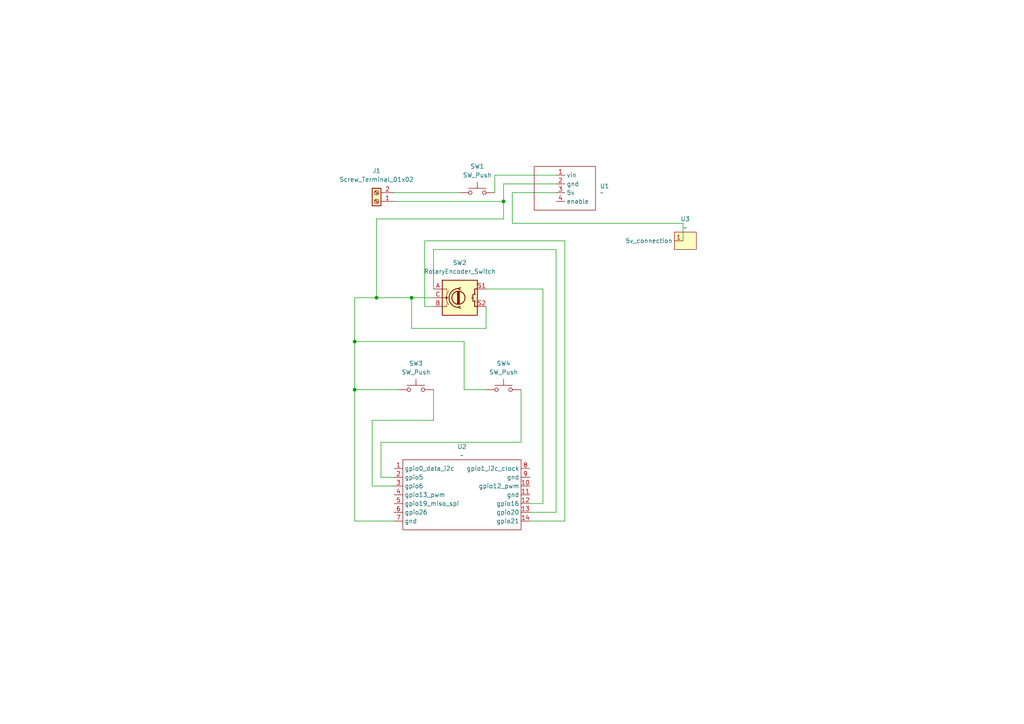
<source format=kicad_sch>
(kicad_sch
	(version 20231120)
	(generator "eeschema")
	(generator_version "8.0")
	(uuid "671b04ad-df23-40a8-8270-5fc50332ba5a")
	(paper "A4")
	(lib_symbols
		(symbol "74xGxx:single_5v_connection_pad"
			(exclude_from_sim no)
			(in_bom yes)
			(on_board yes)
			(property "Reference" "U3"
				(at -1.905 6.35 0)
				(effects
					(font
						(size 1.27 1.27)
					)
				)
			)
			(property "Value" "~"
				(at -1.905 3.81 0)
				(effects
					(font
						(size 1.27 1.27)
					)
				)
			)
			(property "Footprint" "aa_custom:5v connection"
				(at 0 -6.096 0)
				(effects
					(font
						(size 1.27 1.27)
					)
					(hide yes)
				)
			)
			(property "Datasheet" ""
				(at 0 0 0)
				(effects
					(font
						(size 1.27 1.27)
					)
					(hide yes)
				)
			)
			(property "Description" ""
				(at 0 0 0)
				(effects
					(font
						(size 1.27 1.27)
					)
					(hide yes)
				)
			)
			(symbol "single_5v_connection_pad_1_1"
				(rectangle
					(start -5.08 2.54)
					(end 1.27 -2.54)
					(stroke
						(width 0)
						(type default)
					)
					(fill
						(type background)
					)
				)
				(pin input line
					(at -2.54 0 180)
					(length 2.54)
					(name "5v_connection"
						(effects
							(font
								(size 1.27 1.27)
							)
						)
					)
					(number "1"
						(effects
							(font
								(size 1.27 1.27)
							)
						)
					)
				)
			)
		)
		(symbol "Connector:Screw_Terminal_01x02"
			(pin_names
				(offset 1.016) hide)
			(exclude_from_sim no)
			(in_bom yes)
			(on_board yes)
			(property "Reference" "J"
				(at 0 2.54 0)
				(effects
					(font
						(size 1.27 1.27)
					)
				)
			)
			(property "Value" "Screw_Terminal_01x02"
				(at 0 -5.08 0)
				(effects
					(font
						(size 1.27 1.27)
					)
				)
			)
			(property "Footprint" ""
				(at 0 0 0)
				(effects
					(font
						(size 1.27 1.27)
					)
					(hide yes)
				)
			)
			(property "Datasheet" "~"
				(at 0 0 0)
				(effects
					(font
						(size 1.27 1.27)
					)
					(hide yes)
				)
			)
			(property "Description" "Generic screw terminal, single row, 01x02, script generated (kicad-library-utils/schlib/autogen/connector/)"
				(at 0 0 0)
				(effects
					(font
						(size 1.27 1.27)
					)
					(hide yes)
				)
			)
			(property "ki_keywords" "screw terminal"
				(at 0 0 0)
				(effects
					(font
						(size 1.27 1.27)
					)
					(hide yes)
				)
			)
			(property "ki_fp_filters" "TerminalBlock*:*"
				(at 0 0 0)
				(effects
					(font
						(size 1.27 1.27)
					)
					(hide yes)
				)
			)
			(symbol "Screw_Terminal_01x02_1_1"
				(rectangle
					(start -1.27 1.27)
					(end 1.27 -3.81)
					(stroke
						(width 0.254)
						(type default)
					)
					(fill
						(type background)
					)
				)
				(circle
					(center 0 -2.54)
					(radius 0.635)
					(stroke
						(width 0.1524)
						(type default)
					)
					(fill
						(type none)
					)
				)
				(polyline
					(pts
						(xy -0.5334 -2.2098) (xy 0.3302 -3.048)
					)
					(stroke
						(width 0.1524)
						(type default)
					)
					(fill
						(type none)
					)
				)
				(polyline
					(pts
						(xy -0.5334 0.3302) (xy 0.3302 -0.508)
					)
					(stroke
						(width 0.1524)
						(type default)
					)
					(fill
						(type none)
					)
				)
				(polyline
					(pts
						(xy -0.3556 -2.032) (xy 0.508 -2.8702)
					)
					(stroke
						(width 0.1524)
						(type default)
					)
					(fill
						(type none)
					)
				)
				(polyline
					(pts
						(xy -0.3556 0.508) (xy 0.508 -0.3302)
					)
					(stroke
						(width 0.1524)
						(type default)
					)
					(fill
						(type none)
					)
				)
				(circle
					(center 0 0)
					(radius 0.635)
					(stroke
						(width 0.1524)
						(type default)
					)
					(fill
						(type none)
					)
				)
				(pin passive line
					(at -5.08 0 0)
					(length 3.81)
					(name "Pin_1"
						(effects
							(font
								(size 1.27 1.27)
							)
						)
					)
					(number "1"
						(effects
							(font
								(size 1.27 1.27)
							)
						)
					)
				)
				(pin passive line
					(at -5.08 -2.54 0)
					(length 3.81)
					(name "Pin_2"
						(effects
							(font
								(size 1.27 1.27)
							)
						)
					)
					(number "2"
						(effects
							(font
								(size 1.27 1.27)
							)
						)
					)
				)
			)
		)
		(symbol "Device:RotaryEncoder_Switch"
			(pin_names
				(offset 0.254) hide)
			(exclude_from_sim no)
			(in_bom yes)
			(on_board yes)
			(property "Reference" "SW"
				(at 0 6.604 0)
				(effects
					(font
						(size 1.27 1.27)
					)
				)
			)
			(property "Value" "RotaryEncoder_Switch"
				(at 0 -6.604 0)
				(effects
					(font
						(size 1.27 1.27)
					)
				)
			)
			(property "Footprint" ""
				(at -3.81 4.064 0)
				(effects
					(font
						(size 1.27 1.27)
					)
					(hide yes)
				)
			)
			(property "Datasheet" "~"
				(at 0 6.604 0)
				(effects
					(font
						(size 1.27 1.27)
					)
					(hide yes)
				)
			)
			(property "Description" "Rotary encoder, dual channel, incremental quadrate outputs, with switch"
				(at 0 0 0)
				(effects
					(font
						(size 1.27 1.27)
					)
					(hide yes)
				)
			)
			(property "ki_keywords" "rotary switch encoder switch push button"
				(at 0 0 0)
				(effects
					(font
						(size 1.27 1.27)
					)
					(hide yes)
				)
			)
			(property "ki_fp_filters" "RotaryEncoder*Switch*"
				(at 0 0 0)
				(effects
					(font
						(size 1.27 1.27)
					)
					(hide yes)
				)
			)
			(symbol "RotaryEncoder_Switch_0_1"
				(rectangle
					(start -5.08 5.08)
					(end 5.08 -5.08)
					(stroke
						(width 0.254)
						(type default)
					)
					(fill
						(type background)
					)
				)
				(circle
					(center -3.81 0)
					(radius 0.254)
					(stroke
						(width 0)
						(type default)
					)
					(fill
						(type outline)
					)
				)
				(circle
					(center -0.381 0)
					(radius 1.905)
					(stroke
						(width 0.254)
						(type default)
					)
					(fill
						(type none)
					)
				)
				(arc
					(start -0.381 2.667)
					(mid -3.0988 -0.0635)
					(end -0.381 -2.794)
					(stroke
						(width 0.254)
						(type default)
					)
					(fill
						(type none)
					)
				)
				(polyline
					(pts
						(xy -0.635 -1.778) (xy -0.635 1.778)
					)
					(stroke
						(width 0.254)
						(type default)
					)
					(fill
						(type none)
					)
				)
				(polyline
					(pts
						(xy -0.381 -1.778) (xy -0.381 1.778)
					)
					(stroke
						(width 0.254)
						(type default)
					)
					(fill
						(type none)
					)
				)
				(polyline
					(pts
						(xy -0.127 1.778) (xy -0.127 -1.778)
					)
					(stroke
						(width 0.254)
						(type default)
					)
					(fill
						(type none)
					)
				)
				(polyline
					(pts
						(xy 3.81 0) (xy 3.429 0)
					)
					(stroke
						(width 0.254)
						(type default)
					)
					(fill
						(type none)
					)
				)
				(polyline
					(pts
						(xy 3.81 1.016) (xy 3.81 -1.016)
					)
					(stroke
						(width 0.254)
						(type default)
					)
					(fill
						(type none)
					)
				)
				(polyline
					(pts
						(xy -5.08 -2.54) (xy -3.81 -2.54) (xy -3.81 -2.032)
					)
					(stroke
						(width 0)
						(type default)
					)
					(fill
						(type none)
					)
				)
				(polyline
					(pts
						(xy -5.08 2.54) (xy -3.81 2.54) (xy -3.81 2.032)
					)
					(stroke
						(width 0)
						(type default)
					)
					(fill
						(type none)
					)
				)
				(polyline
					(pts
						(xy 0.254 -3.048) (xy -0.508 -2.794) (xy 0.127 -2.413)
					)
					(stroke
						(width 0.254)
						(type default)
					)
					(fill
						(type none)
					)
				)
				(polyline
					(pts
						(xy 0.254 2.921) (xy -0.508 2.667) (xy 0.127 2.286)
					)
					(stroke
						(width 0.254)
						(type default)
					)
					(fill
						(type none)
					)
				)
				(polyline
					(pts
						(xy 5.08 -2.54) (xy 4.318 -2.54) (xy 4.318 -1.016)
					)
					(stroke
						(width 0.254)
						(type default)
					)
					(fill
						(type none)
					)
				)
				(polyline
					(pts
						(xy 5.08 2.54) (xy 4.318 2.54) (xy 4.318 1.016)
					)
					(stroke
						(width 0.254)
						(type default)
					)
					(fill
						(type none)
					)
				)
				(polyline
					(pts
						(xy -5.08 0) (xy -3.81 0) (xy -3.81 -1.016) (xy -3.302 -2.032)
					)
					(stroke
						(width 0)
						(type default)
					)
					(fill
						(type none)
					)
				)
				(polyline
					(pts
						(xy -4.318 0) (xy -3.81 0) (xy -3.81 1.016) (xy -3.302 2.032)
					)
					(stroke
						(width 0)
						(type default)
					)
					(fill
						(type none)
					)
				)
				(circle
					(center 4.318 -1.016)
					(radius 0.127)
					(stroke
						(width 0.254)
						(type default)
					)
					(fill
						(type none)
					)
				)
				(circle
					(center 4.318 1.016)
					(radius 0.127)
					(stroke
						(width 0.254)
						(type default)
					)
					(fill
						(type none)
					)
				)
			)
			(symbol "RotaryEncoder_Switch_1_1"
				(pin passive line
					(at -7.62 2.54 0)
					(length 2.54)
					(name "A"
						(effects
							(font
								(size 1.27 1.27)
							)
						)
					)
					(number "A"
						(effects
							(font
								(size 1.27 1.27)
							)
						)
					)
				)
				(pin passive line
					(at -7.62 -2.54 0)
					(length 2.54)
					(name "B"
						(effects
							(font
								(size 1.27 1.27)
							)
						)
					)
					(number "B"
						(effects
							(font
								(size 1.27 1.27)
							)
						)
					)
				)
				(pin passive line
					(at -7.62 0 0)
					(length 2.54)
					(name "C"
						(effects
							(font
								(size 1.27 1.27)
							)
						)
					)
					(number "C"
						(effects
							(font
								(size 1.27 1.27)
							)
						)
					)
				)
				(pin passive line
					(at 7.62 2.54 180)
					(length 2.54)
					(name "S1"
						(effects
							(font
								(size 1.27 1.27)
							)
						)
					)
					(number "S1"
						(effects
							(font
								(size 1.27 1.27)
							)
						)
					)
				)
				(pin passive line
					(at 7.62 -2.54 180)
					(length 2.54)
					(name "S2"
						(effects
							(font
								(size 1.27 1.27)
							)
						)
					)
					(number "S2"
						(effects
							(font
								(size 1.27 1.27)
							)
						)
					)
				)
			)
		)
		(symbol "Device:pi_half"
			(exclude_from_sim no)
			(in_bom yes)
			(on_board yes)
			(property "Reference" "U"
				(at 2.794 9.906 0)
				(effects
					(font
						(size 1.27 1.27)
					)
				)
			)
			(property "Value" ""
				(at 0 0 0)
				(effects
					(font
						(size 1.27 1.27)
					)
				)
			)
			(property "Footprint" ""
				(at 0 0 0)
				(effects
					(font
						(size 1.27 1.27)
					)
					(hide yes)
				)
			)
			(property "Datasheet" ""
				(at 0 0 0)
				(effects
					(font
						(size 1.27 1.27)
					)
					(hide yes)
				)
			)
			(property "Description" ""
				(at 0 0 0)
				(effects
					(font
						(size 1.27 1.27)
					)
					(hide yes)
				)
			)
			(symbol "pi_half_0_1"
				(rectangle
					(start -3.81 7.62)
					(end 30.48 -12.7)
					(stroke
						(width 0)
						(type default)
					)
					(fill
						(type none)
					)
				)
			)
			(symbol "pi_half_1_1"
				(pin input line
					(at -6.35 5.08 0)
					(length 2.54)
					(name "gpio0_data_i2c"
						(effects
							(font
								(size 1.27 1.27)
							)
						)
					)
					(number "1"
						(effects
							(font
								(size 1.27 1.27)
							)
						)
					)
				)
				(pin input line
					(at 33.02 0 180)
					(length 2.54)
					(name "gpio12_pwm"
						(effects
							(font
								(size 1.27 1.27)
							)
						)
					)
					(number "10"
						(effects
							(font
								(size 1.27 1.27)
							)
						)
					)
				)
				(pin input line
					(at 33.02 -2.54 180)
					(length 2.54)
					(name "gnd"
						(effects
							(font
								(size 1.27 1.27)
							)
						)
					)
					(number "11"
						(effects
							(font
								(size 1.27 1.27)
							)
						)
					)
				)
				(pin input line
					(at 33.02 -5.08 180)
					(length 2.54)
					(name "gpio16"
						(effects
							(font
								(size 1.27 1.27)
							)
						)
					)
					(number "12"
						(effects
							(font
								(size 1.27 1.27)
							)
						)
					)
				)
				(pin input line
					(at 33.02 -7.62 180)
					(length 2.54)
					(name "gpio20"
						(effects
							(font
								(size 1.27 1.27)
							)
						)
					)
					(number "13"
						(effects
							(font
								(size 1.27 1.27)
							)
						)
					)
				)
				(pin input line
					(at 33.02 -10.16 180)
					(length 2.54)
					(name "gpio21"
						(effects
							(font
								(size 1.27 1.27)
							)
						)
					)
					(number "14"
						(effects
							(font
								(size 1.27 1.27)
							)
						)
					)
				)
				(pin input line
					(at -6.35 2.54 0)
					(length 2.54)
					(name "gpio5"
						(effects
							(font
								(size 1.27 1.27)
							)
						)
					)
					(number "2"
						(effects
							(font
								(size 1.27 1.27)
							)
						)
					)
				)
				(pin input line
					(at -6.35 0 0)
					(length 2.54)
					(name "gpio6"
						(effects
							(font
								(size 1.27 1.27)
							)
						)
					)
					(number "3"
						(effects
							(font
								(size 1.27 1.27)
							)
						)
					)
				)
				(pin input line
					(at -6.35 -2.54 0)
					(length 2.54)
					(name "gpio13_pwm"
						(effects
							(font
								(size 1.27 1.27)
							)
						)
					)
					(number "4"
						(effects
							(font
								(size 1.27 1.27)
							)
						)
					)
				)
				(pin input line
					(at -6.35 -5.08 0)
					(length 2.54)
					(name "gpio19_miso_spi"
						(effects
							(font
								(size 1.27 1.27)
							)
						)
					)
					(number "5"
						(effects
							(font
								(size 1.27 1.27)
							)
						)
					)
				)
				(pin input line
					(at -6.35 -7.62 0)
					(length 2.54)
					(name "gpio26"
						(effects
							(font
								(size 1.27 1.27)
							)
						)
					)
					(number "6"
						(effects
							(font
								(size 1.27 1.27)
							)
						)
					)
				)
				(pin input line
					(at -6.35 -10.16 0)
					(length 2.54)
					(name "gnd"
						(effects
							(font
								(size 1.27 1.27)
							)
						)
					)
					(number "7"
						(effects
							(font
								(size 1.27 1.27)
							)
						)
					)
				)
				(pin input line
					(at 33.02 5.08 180)
					(length 2.54)
					(name "gpio1_i2c_clock"
						(effects
							(font
								(size 1.27 1.27)
							)
						)
					)
					(number "8"
						(effects
							(font
								(size 1.27 1.27)
							)
						)
					)
				)
				(pin input line
					(at 33.02 2.54 180)
					(length 2.54)
					(name "gnd"
						(effects
							(font
								(size 1.27 1.27)
							)
						)
					)
					(number "9"
						(effects
							(font
								(size 1.27 1.27)
							)
						)
					)
				)
			)
		)
		(symbol "Device:step_up"
			(exclude_from_sim no)
			(in_bom yes)
			(on_board yes)
			(property "Reference" "U"
				(at 0.508 -3.81 0)
				(effects
					(font
						(size 1.27 1.27)
					)
				)
			)
			(property "Value" ""
				(at 0 0 0)
				(effects
					(font
						(size 1.27 1.27)
					)
				)
			)
			(property "Footprint" ""
				(at 0 0 0)
				(effects
					(font
						(size 1.27 1.27)
					)
					(hide yes)
				)
			)
			(property "Datasheet" ""
				(at 0 0 0)
				(effects
					(font
						(size 1.27 1.27)
					)
					(hide yes)
				)
			)
			(property "Description" ""
				(at 0 0 0)
				(effects
					(font
						(size 1.27 1.27)
					)
					(hide yes)
				)
			)
			(symbol "step_up_1_1"
				(rectangle
					(start -6.35 8.89)
					(end 11.43 -3.81)
					(stroke
						(width 0)
						(type default)
					)
					(fill
						(type none)
					)
				)
				(pin input line
					(at 0 6.35 0)
					(length 2.54)
					(name "vin"
						(effects
							(font
								(size 1.27 1.27)
							)
						)
					)
					(number "1"
						(effects
							(font
								(size 1.27 1.27)
							)
						)
					)
				)
				(pin input line
					(at 0 3.81 0)
					(length 2.54)
					(name "gnd"
						(effects
							(font
								(size 1.27 1.27)
							)
						)
					)
					(number "2"
						(effects
							(font
								(size 1.27 1.27)
							)
						)
					)
				)
				(pin input line
					(at 0 1.27 0)
					(length 2.54)
					(name "5v"
						(effects
							(font
								(size 1.27 1.27)
							)
						)
					)
					(number "3"
						(effects
							(font
								(size 1.27 1.27)
							)
						)
					)
				)
				(pin input line
					(at 0 -1.27 0)
					(length 2.54)
					(name "enable"
						(effects
							(font
								(size 1.27 1.27)
							)
						)
					)
					(number "4"
						(effects
							(font
								(size 1.27 1.27)
							)
						)
					)
				)
			)
		)
		(symbol "Switch:SW_Push"
			(pin_numbers hide)
			(pin_names
				(offset 1.016) hide)
			(exclude_from_sim no)
			(in_bom yes)
			(on_board yes)
			(property "Reference" "SW"
				(at 1.27 2.54 0)
				(effects
					(font
						(size 1.27 1.27)
					)
					(justify left)
				)
			)
			(property "Value" "SW_Push"
				(at 0 -1.524 0)
				(effects
					(font
						(size 1.27 1.27)
					)
				)
			)
			(property "Footprint" ""
				(at 0 5.08 0)
				(effects
					(font
						(size 1.27 1.27)
					)
					(hide yes)
				)
			)
			(property "Datasheet" "~"
				(at 0 5.08 0)
				(effects
					(font
						(size 1.27 1.27)
					)
					(hide yes)
				)
			)
			(property "Description" "Push button switch, generic, two pins"
				(at -1.016 -4.318 0)
				(effects
					(font
						(size 1.27 1.27)
					)
					(hide yes)
				)
			)
			(property "ki_keywords" "switch normally-open pushbutton push-button"
				(at 0 0 0)
				(effects
					(font
						(size 1.27 1.27)
					)
					(hide yes)
				)
			)
			(symbol "SW_Push_0_1"
				(circle
					(center -2.032 0)
					(radius 0.508)
					(stroke
						(width 0)
						(type default)
					)
					(fill
						(type none)
					)
				)
				(polyline
					(pts
						(xy 0 1.27) (xy 0 3.048)
					)
					(stroke
						(width 0)
						(type default)
					)
					(fill
						(type none)
					)
				)
				(polyline
					(pts
						(xy 2.54 1.27) (xy -2.54 1.27)
					)
					(stroke
						(width 0)
						(type default)
					)
					(fill
						(type none)
					)
				)
				(circle
					(center 2.032 0)
					(radius 0.508)
					(stroke
						(width 0)
						(type default)
					)
					(fill
						(type none)
					)
				)
				(pin passive line
					(at -5.08 0 0)
					(length 2.54)
					(name "1"
						(effects
							(font
								(size 1.27 1.27)
							)
						)
					)
					(number "1"
						(effects
							(font
								(size 1.27 1.27)
							)
						)
					)
				)
				(pin passive line
					(at 5.08 0 180)
					(length 2.54)
					(name "2"
						(effects
							(font
								(size 1.27 1.27)
							)
						)
					)
					(number "2"
						(effects
							(font
								(size 1.27 1.27)
							)
						)
					)
				)
			)
		)
	)
	(junction
		(at 102.87 99.06)
		(diameter 0)
		(color 0 0 0 0)
		(uuid "1528065a-761c-43bb-9c72-9ed4b736b982")
	)
	(junction
		(at 102.87 113.03)
		(diameter 0)
		(color 0 0 0 0)
		(uuid "468e2a61-b11f-4986-96bb-0d677540d700")
	)
	(junction
		(at 146.05 58.42)
		(diameter 0)
		(color 0 0 0 0)
		(uuid "64668ce8-5e3b-4605-82f2-c7d5c1ca7375")
	)
	(junction
		(at 119.38 86.36)
		(diameter 0)
		(color 0 0 0 0)
		(uuid "88e8f7cc-b2e2-4965-81fb-847925852004")
	)
	(junction
		(at 109.22 86.36)
		(diameter 0)
		(color 0 0 0 0)
		(uuid "a81cd380-12a0-47fa-a04a-f14c7b60d1ee")
	)
	(wire
		(pts
			(xy 143.51 55.88) (xy 143.51 50.8)
		)
		(stroke
			(width 0)
			(type default)
		)
		(uuid "045be165-afbb-4be8-b056-117c7a8f17c3")
	)
	(wire
		(pts
			(xy 146.05 53.34) (xy 161.29 53.34)
		)
		(stroke
			(width 0)
			(type default)
		)
		(uuid "08627fe6-e1be-4b32-b97e-42c2a1f6d202")
	)
	(wire
		(pts
			(xy 102.87 99.06) (xy 102.87 113.03)
		)
		(stroke
			(width 0)
			(type default)
		)
		(uuid "090fc9f4-ceba-4405-bd04-132266f87d60")
	)
	(wire
		(pts
			(xy 151.13 113.03) (xy 151.13 128.27)
		)
		(stroke
			(width 0)
			(type default)
		)
		(uuid "0aff02be-a3c0-4f34-af33-ffb62e02ec32")
	)
	(wire
		(pts
			(xy 125.73 83.82) (xy 125.73 72.39)
		)
		(stroke
			(width 0)
			(type default)
		)
		(uuid "0f0005a3-eae7-4f4c-9473-bbc57299b3a8")
	)
	(wire
		(pts
			(xy 119.38 86.36) (xy 109.22 86.36)
		)
		(stroke
			(width 0)
			(type default)
		)
		(uuid "19e967a5-981a-407d-961e-984a0e01eda6")
	)
	(wire
		(pts
			(xy 123.19 88.9) (xy 123.19 69.85)
		)
		(stroke
			(width 0)
			(type default)
		)
		(uuid "200e07b3-abfb-4dab-8dcf-7c4c224c7d33")
	)
	(wire
		(pts
			(xy 143.51 50.8) (xy 161.29 50.8)
		)
		(stroke
			(width 0)
			(type default)
		)
		(uuid "21e90eb2-7732-456e-9314-ed28802e48c6")
	)
	(wire
		(pts
			(xy 119.38 95.25) (xy 140.97 95.25)
		)
		(stroke
			(width 0)
			(type default)
		)
		(uuid "231a9d2e-253e-4156-ae83-141f3fa744db")
	)
	(wire
		(pts
			(xy 123.19 69.85) (xy 163.83 69.85)
		)
		(stroke
			(width 0)
			(type default)
		)
		(uuid "2778981c-1332-4750-9308-ff25743bc461")
	)
	(wire
		(pts
			(xy 157.48 83.82) (xy 157.48 146.05)
		)
		(stroke
			(width 0)
			(type default)
		)
		(uuid "2f1aedf2-1ea9-445c-9f35-85d6db526e37")
	)
	(wire
		(pts
			(xy 148.59 55.88) (xy 148.59 64.77)
		)
		(stroke
			(width 0)
			(type default)
		)
		(uuid "355754ce-f74c-46ce-8099-ff7c57a6d5fc")
	)
	(wire
		(pts
			(xy 102.87 113.03) (xy 115.57 113.03)
		)
		(stroke
			(width 0)
			(type default)
		)
		(uuid "391498a1-0cbf-4331-b0a7-ff0c3a8e395c")
	)
	(wire
		(pts
			(xy 102.87 99.06) (xy 134.62 99.06)
		)
		(stroke
			(width 0)
			(type default)
		)
		(uuid "3d9c733b-4160-4d40-910b-96e766f9c3ed")
	)
	(wire
		(pts
			(xy 146.05 58.42) (xy 146.05 63.5)
		)
		(stroke
			(width 0)
			(type default)
		)
		(uuid "4aafbe2d-4f3c-485f-8c58-9b236793b2b5")
	)
	(wire
		(pts
			(xy 153.67 146.05) (xy 157.48 146.05)
		)
		(stroke
			(width 0)
			(type default)
		)
		(uuid "5620e7d4-b803-44ee-93d7-377f32ac2ef1")
	)
	(wire
		(pts
			(xy 148.59 64.77) (xy 198.12 64.77)
		)
		(stroke
			(width 0)
			(type default)
		)
		(uuid "6037c518-f6ba-4893-ad5d-50a4bb0e7d4c")
	)
	(wire
		(pts
			(xy 102.87 86.36) (xy 102.87 99.06)
		)
		(stroke
			(width 0)
			(type default)
		)
		(uuid "6390ad91-a4e6-421a-ae6d-6fd1d2175f82")
	)
	(wire
		(pts
			(xy 163.83 69.85) (xy 163.83 151.13)
		)
		(stroke
			(width 0)
			(type default)
		)
		(uuid "66ec7750-df9c-49eb-a963-7503d2a3e8b4")
	)
	(wire
		(pts
			(xy 109.22 86.36) (xy 102.87 86.36)
		)
		(stroke
			(width 0)
			(type default)
		)
		(uuid "6c3fd2e8-03e1-49c3-bfe5-0982b0aa8f58")
	)
	(wire
		(pts
			(xy 146.05 63.5) (xy 109.22 63.5)
		)
		(stroke
			(width 0)
			(type default)
		)
		(uuid "7011c48b-5ac4-40f3-bc8c-7a37b205663e")
	)
	(wire
		(pts
			(xy 125.73 121.92) (xy 107.95 121.92)
		)
		(stroke
			(width 0)
			(type default)
		)
		(uuid "74601898-be3b-4a30-b94a-2b0d676bcc78")
	)
	(wire
		(pts
			(xy 140.97 113.03) (xy 134.62 113.03)
		)
		(stroke
			(width 0)
			(type default)
		)
		(uuid "77aab6d2-ac1e-42ab-afee-9d9c27e78cd5")
	)
	(wire
		(pts
			(xy 140.97 88.9) (xy 140.97 95.25)
		)
		(stroke
			(width 0)
			(type default)
		)
		(uuid "795d81e5-61d4-4d24-a2a9-4c6615d080e6")
	)
	(wire
		(pts
			(xy 161.29 55.88) (xy 148.59 55.88)
		)
		(stroke
			(width 0)
			(type default)
		)
		(uuid "82c78068-c773-4920-ba02-80749577c360")
	)
	(wire
		(pts
			(xy 102.87 151.13) (xy 114.3 151.13)
		)
		(stroke
			(width 0)
			(type default)
		)
		(uuid "8597266b-4fc4-475e-b744-e395770ef322")
	)
	(wire
		(pts
			(xy 110.49 128.27) (xy 110.49 138.43)
		)
		(stroke
			(width 0)
			(type default)
		)
		(uuid "8aefff40-2f99-4f1d-9977-0c0eff13ce0b")
	)
	(wire
		(pts
			(xy 153.67 151.13) (xy 163.83 151.13)
		)
		(stroke
			(width 0)
			(type default)
		)
		(uuid "8e9af2af-9bb1-421f-9044-c0cf58ef9427")
	)
	(wire
		(pts
			(xy 110.49 138.43) (xy 114.3 138.43)
		)
		(stroke
			(width 0)
			(type default)
		)
		(uuid "8f0bdba5-7ffe-4dd4-a6c2-b55c15f4a4a9")
	)
	(wire
		(pts
			(xy 198.12 64.77) (xy 198.12 69.85)
		)
		(stroke
			(width 0)
			(type default)
		)
		(uuid "915ceb00-5c15-498c-9cd1-4d32d05cab17")
	)
	(wire
		(pts
			(xy 140.97 83.82) (xy 157.48 83.82)
		)
		(stroke
			(width 0)
			(type default)
		)
		(uuid "93eed64b-6006-4cb7-bf46-16222afe2265")
	)
	(wire
		(pts
			(xy 109.22 63.5) (xy 109.22 86.36)
		)
		(stroke
			(width 0)
			(type default)
		)
		(uuid "960ff14c-02f8-4643-bbcf-89f65af84459")
	)
	(wire
		(pts
			(xy 107.95 121.92) (xy 107.95 140.97)
		)
		(stroke
			(width 0)
			(type default)
		)
		(uuid "a9e10bbc-bce1-458d-ae55-2f730ef5c933")
	)
	(wire
		(pts
			(xy 125.73 113.03) (xy 125.73 121.92)
		)
		(stroke
			(width 0)
			(type default)
		)
		(uuid "b609090c-6440-47ea-891e-abc0e3e01947")
	)
	(wire
		(pts
			(xy 161.29 72.39) (xy 161.29 148.59)
		)
		(stroke
			(width 0)
			(type default)
		)
		(uuid "bdd1a6a7-b804-4acd-8e52-b3d79384d61e")
	)
	(wire
		(pts
			(xy 134.62 99.06) (xy 134.62 113.03)
		)
		(stroke
			(width 0)
			(type default)
		)
		(uuid "be9325e2-881b-493d-bb23-2b431cd52a53")
	)
	(wire
		(pts
			(xy 114.3 58.42) (xy 146.05 58.42)
		)
		(stroke
			(width 0)
			(type default)
		)
		(uuid "c29001da-1aec-42fd-ad90-4f7a05253fde")
	)
	(wire
		(pts
			(xy 107.95 140.97) (xy 114.3 140.97)
		)
		(stroke
			(width 0)
			(type default)
		)
		(uuid "c31463ea-69ce-415f-9aa1-accdaeea77f5")
	)
	(wire
		(pts
			(xy 125.73 88.9) (xy 123.19 88.9)
		)
		(stroke
			(width 0)
			(type default)
		)
		(uuid "c9445d06-990c-4dc2-8c63-7992271e4b69")
	)
	(wire
		(pts
			(xy 153.67 148.59) (xy 161.29 148.59)
		)
		(stroke
			(width 0)
			(type default)
		)
		(uuid "cd57c1d4-a604-47e6-b497-28e805c68306")
	)
	(wire
		(pts
			(xy 125.73 72.39) (xy 161.29 72.39)
		)
		(stroke
			(width 0)
			(type default)
		)
		(uuid "d36eb000-78e1-415f-9285-3cc05e7efd47")
	)
	(wire
		(pts
			(xy 125.73 86.36) (xy 119.38 86.36)
		)
		(stroke
			(width 0)
			(type default)
		)
		(uuid "d9643792-fe79-4598-8639-bd9afb1982f6")
	)
	(wire
		(pts
			(xy 146.05 58.42) (xy 146.05 53.34)
		)
		(stroke
			(width 0)
			(type default)
		)
		(uuid "dd0ff69c-170a-4816-9683-67dec58f4e77")
	)
	(wire
		(pts
			(xy 102.87 113.03) (xy 102.87 151.13)
		)
		(stroke
			(width 0)
			(type default)
		)
		(uuid "ef5556a4-0b58-4516-9457-a5a6476ce93f")
	)
	(wire
		(pts
			(xy 151.13 128.27) (xy 110.49 128.27)
		)
		(stroke
			(width 0)
			(type default)
		)
		(uuid "fab78623-fbac-419f-92da-800a54b798a5")
	)
	(wire
		(pts
			(xy 119.38 95.25) (xy 119.38 86.36)
		)
		(stroke
			(width 0)
			(type default)
		)
		(uuid "fe07a17a-15c4-436c-8914-28d80a5b1ce7")
	)
	(wire
		(pts
			(xy 114.3 55.88) (xy 133.35 55.88)
		)
		(stroke
			(width 0)
			(type default)
		)
		(uuid "ffa73e8b-435d-438e-9835-a799872fb871")
	)
	(symbol
		(lib_id "Device:RotaryEncoder_Switch")
		(at 133.35 86.36 0)
		(unit 1)
		(exclude_from_sim no)
		(in_bom yes)
		(on_board yes)
		(dnp no)
		(fields_autoplaced yes)
		(uuid "064f3246-5307-4120-9182-d1f5fe8cdd93")
		(property "Reference" "SW2"
			(at 133.35 76.2 0)
			(effects
				(font
					(size 1.27 1.27)
				)
			)
		)
		(property "Value" "RotaryEncoder_Switch"
			(at 133.35 78.74 0)
			(effects
				(font
					(size 1.27 1.27)
				)
			)
		)
		(property "Footprint" "aa_custom:encoder"
			(at 129.54 82.296 0)
			(effects
				(font
					(size 1.27 1.27)
				)
				(hide yes)
			)
		)
		(property "Datasheet" "~"
			(at 133.35 79.756 0)
			(effects
				(font
					(size 1.27 1.27)
				)
				(hide yes)
			)
		)
		(property "Description" "Rotary encoder, dual channel, incremental quadrate outputs, with switch"
			(at 133.35 86.36 0)
			(effects
				(font
					(size 1.27 1.27)
				)
				(hide yes)
			)
		)
		(pin "S1"
			(uuid "262b7719-42ce-4d4e-92bb-0fad5668efa7")
		)
		(pin "C"
			(uuid "8634d75c-5629-40aa-89c1-fb32b86db05f")
		)
		(pin "A"
			(uuid "1995884e-eea0-490b-a55d-42fc4f6f7707")
		)
		(pin "B"
			(uuid "0037b0cf-c5d7-4e1d-a264-b3b078f2f7ac")
		)
		(pin "S2"
			(uuid "72d19975-6563-413f-8d0a-183bfb3dec39")
		)
		(instances
			(project ""
				(path "/671b04ad-df23-40a8-8270-5fc50332ba5a"
					(reference "SW2")
					(unit 1)
				)
			)
		)
	)
	(symbol
		(lib_id "Device:step_up")
		(at 161.29 57.15 0)
		(unit 1)
		(exclude_from_sim no)
		(in_bom yes)
		(on_board yes)
		(dnp no)
		(fields_autoplaced yes)
		(uuid "0dfe259c-43f8-4065-a1ba-6bd568ab9798")
		(property "Reference" "U1"
			(at 173.99 53.9749 0)
			(effects
				(font
					(size 1.27 1.27)
				)
				(justify left)
			)
		)
		(property "Value" "~"
			(at 173.99 55.88 0)
			(effects
				(font
					(size 1.27 1.27)
				)
				(justify left)
			)
		)
		(property "Footprint" "aa_custom:mini boost"
			(at 161.29 57.15 0)
			(effects
				(font
					(size 1.27 1.27)
				)
				(hide yes)
			)
		)
		(property "Datasheet" ""
			(at 161.29 57.15 0)
			(effects
				(font
					(size 1.27 1.27)
				)
				(hide yes)
			)
		)
		(property "Description" ""
			(at 161.29 57.15 0)
			(effects
				(font
					(size 1.27 1.27)
				)
				(hide yes)
			)
		)
		(pin "2"
			(uuid "7a9a8151-d757-4c3f-8e47-586edda7fba7")
		)
		(pin "3"
			(uuid "d5787cea-13c2-497b-bb44-6d520eba6b90")
		)
		(pin "4"
			(uuid "4193b5fd-b1da-4fdc-a9fd-16c4b53777a7")
		)
		(pin "1"
			(uuid "2d9b69ce-d3d3-4267-beb4-19f5fa1239e1")
		)
		(instances
			(project ""
				(path "/671b04ad-df23-40a8-8270-5fc50332ba5a"
					(reference "U1")
					(unit 1)
				)
			)
		)
	)
	(symbol
		(lib_id "Switch:SW_Push")
		(at 146.05 113.03 0)
		(unit 1)
		(exclude_from_sim no)
		(in_bom yes)
		(on_board yes)
		(dnp no)
		(fields_autoplaced yes)
		(uuid "31dcfd26-cd64-4fd9-b1c2-d4aff218bace")
		(property "Reference" "SW4"
			(at 146.05 105.41 0)
			(effects
				(font
					(size 1.27 1.27)
				)
			)
		)
		(property "Value" "SW_Push"
			(at 146.05 107.95 0)
			(effects
				(font
					(size 1.27 1.27)
				)
			)
		)
		(property "Footprint" "aa_custom:button"
			(at 146.05 107.95 0)
			(effects
				(font
					(size 1.27 1.27)
				)
				(hide yes)
			)
		)
		(property "Datasheet" "~"
			(at 146.05 107.95 0)
			(effects
				(font
					(size 1.27 1.27)
				)
				(hide yes)
			)
		)
		(property "Description" "Push button switch, generic, two pins"
			(at 146.05 113.03 0)
			(effects
				(font
					(size 1.27 1.27)
				)
				(hide yes)
			)
		)
		(pin "1"
			(uuid "70256991-e1ff-459f-84f0-30d23ede5bd1")
		)
		(pin "2"
			(uuid "ff456280-c10b-4775-86cd-a88cae4f097d")
		)
		(instances
			(project "camera v2"
				(path "/671b04ad-df23-40a8-8270-5fc50332ba5a"
					(reference "SW4")
					(unit 1)
				)
			)
		)
	)
	(symbol
		(lib_id "Switch:SW_Push")
		(at 138.43 55.88 0)
		(unit 1)
		(exclude_from_sim no)
		(in_bom yes)
		(on_board yes)
		(dnp no)
		(fields_autoplaced yes)
		(uuid "3dcc9e3d-fa30-4a2e-b2e7-c18aadb12bb7")
		(property "Reference" "SW1"
			(at 138.43 48.26 0)
			(effects
				(font
					(size 1.27 1.27)
				)
			)
		)
		(property "Value" "SW_Push"
			(at 138.43 50.8 0)
			(effects
				(font
					(size 1.27 1.27)
				)
			)
		)
		(property "Footprint" "aa_custom:button switch"
			(at 138.43 50.8 0)
			(effects
				(font
					(size 1.27 1.27)
				)
				(hide yes)
			)
		)
		(property "Datasheet" "~"
			(at 138.43 50.8 0)
			(effects
				(font
					(size 1.27 1.27)
				)
				(hide yes)
			)
		)
		(property "Description" "Push button switch, generic, two pins"
			(at 137.414 60.198 0)
			(effects
				(font
					(size 1.27 1.27)
				)
				(hide yes)
			)
		)
		(pin "2"
			(uuid "e604848c-e705-4239-a0bf-2d822f541d6f")
		)
		(pin "1"
			(uuid "70c9baa5-8735-4288-8275-493c1551cefb")
		)
		(instances
			(project ""
				(path "/671b04ad-df23-40a8-8270-5fc50332ba5a"
					(reference "SW1")
					(unit 1)
				)
			)
		)
	)
	(symbol
		(lib_id "Device:pi_half")
		(at 120.65 140.97 0)
		(unit 1)
		(exclude_from_sim no)
		(in_bom yes)
		(on_board yes)
		(dnp no)
		(fields_autoplaced yes)
		(uuid "847b2714-2cb8-4f31-80b7-bd7bf08059ce")
		(property "Reference" "U2"
			(at 133.985 129.54 0)
			(effects
				(font
					(size 1.27 1.27)
				)
			)
		)
		(property "Value" "~"
			(at 133.985 132.08 0)
			(effects
				(font
					(size 1.27 1.27)
				)
			)
		)
		(property "Footprint" "aa_custom:pi segment"
			(at 120.65 140.97 0)
			(effects
				(font
					(size 1.27 1.27)
				)
				(hide yes)
			)
		)
		(property "Datasheet" ""
			(at 120.65 140.97 0)
			(effects
				(font
					(size 1.27 1.27)
				)
				(hide yes)
			)
		)
		(property "Description" ""
			(at 120.65 140.97 0)
			(effects
				(font
					(size 1.27 1.27)
				)
				(hide yes)
			)
		)
		(pin "1"
			(uuid "8e67da1b-5ffd-410b-acb2-c5a2e6b17a0d")
		)
		(pin "9"
			(uuid "d50827e0-db9c-49d3-ac8b-9710f841d55e")
		)
		(pin "5"
			(uuid "98efd057-7686-4bdf-a2d6-e34f3d34df49")
		)
		(pin "12"
			(uuid "605d9f3a-7dd0-4319-bb55-b87466fea1d5")
		)
		(pin "7"
			(uuid "9377b2ae-b2ee-4b99-90d0-b039dc7971b9")
		)
		(pin "14"
			(uuid "9b7976ea-2415-43f6-acee-44aedc2549c7")
		)
		(pin "8"
			(uuid "26fcdfe6-9746-4693-b188-cb46fe524538")
		)
		(pin "4"
			(uuid "5364b04f-bf49-4a06-bc02-1ec0c313febb")
		)
		(pin "13"
			(uuid "d8a3ee82-9474-4eec-84f2-438413db34ff")
		)
		(pin "11"
			(uuid "04fadff4-2f02-4afd-a53d-01f3763539bf")
		)
		(pin "10"
			(uuid "f5492923-15fe-44ed-a5b2-99e2bb326145")
		)
		(pin "2"
			(uuid "4e393161-38b8-42e7-8713-3ee00e8ea248")
		)
		(pin "3"
			(uuid "0fbacd9c-dfa5-469d-9357-44c858118fac")
		)
		(pin "6"
			(uuid "1ab94f18-eaed-4361-b2a9-6c158cf3ddf6")
		)
		(instances
			(project ""
				(path "/671b04ad-df23-40a8-8270-5fc50332ba5a"
					(reference "U2")
					(unit 1)
				)
			)
		)
	)
	(symbol
		(lib_id "74xGxx:single_5v_connection_pad")
		(at 200.66 69.85 0)
		(unit 1)
		(exclude_from_sim no)
		(in_bom yes)
		(on_board yes)
		(dnp no)
		(fields_autoplaced yes)
		(uuid "b768cfe4-472f-4720-ab6b-5b140ce04297")
		(property "Reference" "U3"
			(at 198.755 63.5 0)
			(effects
				(font
					(size 1.27 1.27)
				)
			)
		)
		(property "Value" "~"
			(at 198.755 66.04 0)
			(effects
				(font
					(size 1.27 1.27)
				)
			)
		)
		(property "Footprint" "aa_custom:5v connection"
			(at 200.66 75.946 0)
			(effects
				(font
					(size 1.27 1.27)
				)
				(hide yes)
			)
		)
		(property "Datasheet" ""
			(at 200.66 69.85 0)
			(effects
				(font
					(size 1.27 1.27)
				)
				(hide yes)
			)
		)
		(property "Description" ""
			(at 200.66 69.85 0)
			(effects
				(font
					(size 1.27 1.27)
				)
				(hide yes)
			)
		)
		(pin "1"
			(uuid "0201bbd2-c10d-4871-a459-ba0d602ba6c2")
		)
		(instances
			(project ""
				(path "/671b04ad-df23-40a8-8270-5fc50332ba5a"
					(reference "U3")
					(unit 1)
				)
			)
		)
	)
	(symbol
		(lib_id "Connector:Screw_Terminal_01x02")
		(at 109.22 58.42 180)
		(unit 1)
		(exclude_from_sim no)
		(in_bom yes)
		(on_board yes)
		(dnp no)
		(fields_autoplaced yes)
		(uuid "de58c6cc-d413-4661-a811-c6864bfcd0ba")
		(property "Reference" "J1"
			(at 109.22 49.53 0)
			(effects
				(font
					(size 1.27 1.27)
				)
			)
		)
		(property "Value" "Screw_Terminal_01x02"
			(at 109.22 52.07 0)
			(effects
				(font
					(size 1.27 1.27)
				)
			)
		)
		(property "Footprint" "aa_custom:connection for jst wires"
			(at 109.22 58.42 0)
			(effects
				(font
					(size 1.27 1.27)
				)
				(hide yes)
			)
		)
		(property "Datasheet" "~"
			(at 109.22 58.42 0)
			(effects
				(font
					(size 1.27 1.27)
				)
				(hide yes)
			)
		)
		(property "Description" "Generic screw terminal, single row, 01x02, script generated (kicad-library-utils/schlib/autogen/connector/)"
			(at 109.22 58.42 0)
			(effects
				(font
					(size 1.27 1.27)
				)
				(hide yes)
			)
		)
		(pin "2"
			(uuid "389ce45c-6c5d-4370-a6a3-dac893091a3e")
		)
		(pin "1"
			(uuid "b80d5416-f537-4fd2-92ed-11fb798a41a9")
		)
		(instances
			(project ""
				(path "/671b04ad-df23-40a8-8270-5fc50332ba5a"
					(reference "J1")
					(unit 1)
				)
			)
		)
	)
	(symbol
		(lib_id "Switch:SW_Push")
		(at 120.65 113.03 0)
		(unit 1)
		(exclude_from_sim no)
		(in_bom yes)
		(on_board yes)
		(dnp no)
		(fields_autoplaced yes)
		(uuid "e39612a4-8867-4529-9112-1619e28ce5e7")
		(property "Reference" "SW3"
			(at 120.65 105.41 0)
			(effects
				(font
					(size 1.27 1.27)
				)
			)
		)
		(property "Value" "SW_Push"
			(at 120.65 107.95 0)
			(effects
				(font
					(size 1.27 1.27)
				)
			)
		)
		(property "Footprint" "aa_custom:button"
			(at 120.65 107.95 0)
			(effects
				(font
					(size 1.27 1.27)
				)
				(hide yes)
			)
		)
		(property "Datasheet" "~"
			(at 120.65 107.95 0)
			(effects
				(font
					(size 1.27 1.27)
				)
				(hide yes)
			)
		)
		(property "Description" "Push button switch, generic, two pins"
			(at 120.65 113.03 0)
			(effects
				(font
					(size 1.27 1.27)
				)
				(hide yes)
			)
		)
		(pin "1"
			(uuid "ee8806f4-6834-4886-887c-81906aad7529")
		)
		(pin "2"
			(uuid "bf7295af-c980-4959-b0eb-1beb3a8eddeb")
		)
		(instances
			(project ""
				(path "/671b04ad-df23-40a8-8270-5fc50332ba5a"
					(reference "SW3")
					(unit 1)
				)
			)
		)
	)
	(sheet_instances
		(path "/"
			(page "1")
		)
	)
)

</source>
